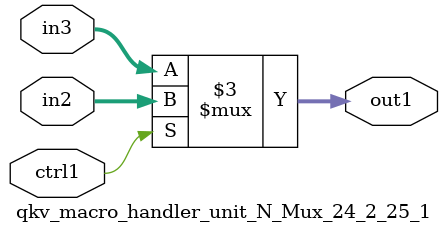
<source format=v>

`timescale 1ps / 1ps


module qkv_macro_handler_unit_N_Mux_24_2_25_1( in3, in2, ctrl1, out1 );

    input [23:0] in3;
    input [23:0] in2;
    input ctrl1;
    output [23:0] out1;
    reg [23:0] out1;

    
    // rtl_process:qkv_macro_handler_unit_N_Mux_24_2_25_1/qkv_macro_handler_unit_N_Mux_24_2_25_1_thread_1
    always @*
      begin : qkv_macro_handler_unit_N_Mux_24_2_25_1_thread_1
        case (ctrl1) 
          1'b1: 
            begin
              out1 = in2;
            end
          default: 
            begin
              out1 = in3;
            end
        endcase
      end

endmodule





</source>
